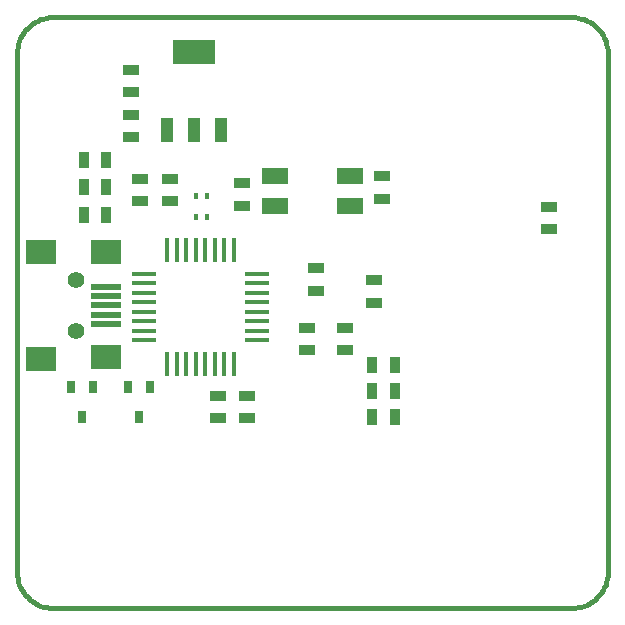
<source format=gtp>
G04 (created by PCBNEW-RS274X (2012-01-19 BZR 3256)-stable) date 24-08-2012 12:31:56*
G01*
G70*
G90*
%MOIN*%
G04 Gerber Fmt 3.4, Leading zero omitted, Abs format*
%FSLAX34Y34*%
G04 APERTURE LIST*
%ADD10C,0.006000*%
%ADD11C,0.015000*%
%ADD12R,0.078700X0.017700*%
%ADD13R,0.017700X0.078700*%
%ADD14R,0.027600X0.039400*%
%ADD15R,0.144000X0.080000*%
%ADD16R,0.040000X0.080000*%
%ADD17R,0.035000X0.055000*%
%ADD18R,0.055000X0.035000*%
%ADD19R,0.098400X0.019600*%
%ADD20R,0.098400X0.078700*%
%ADD21C,0.055400*%
%ADD22R,0.015700X0.023600*%
%ADD23R,0.086600X0.055100*%
G04 APERTURE END LIST*
G54D10*
G54D11*
X51378Y-59449D02*
X51480Y-59444D01*
X51583Y-59431D01*
X51683Y-59408D01*
X51781Y-59377D01*
X51877Y-59338D01*
X51968Y-59290D01*
X52055Y-59235D01*
X52137Y-59172D01*
X52213Y-59103D01*
X52282Y-59027D01*
X52345Y-58945D01*
X52400Y-58858D01*
X52448Y-58767D01*
X52487Y-58671D01*
X52518Y-58573D01*
X52541Y-58473D01*
X52554Y-58370D01*
X52559Y-58268D01*
X52559Y-40945D02*
X52554Y-40843D01*
X52541Y-40740D01*
X52518Y-40640D01*
X52487Y-40542D01*
X52448Y-40446D01*
X52400Y-40355D01*
X52345Y-40268D01*
X52282Y-40186D01*
X52213Y-40110D01*
X52137Y-40041D01*
X52055Y-39978D01*
X51968Y-39923D01*
X51877Y-39875D01*
X51781Y-39836D01*
X51683Y-39805D01*
X51583Y-39782D01*
X51480Y-39769D01*
X51378Y-39764D01*
X32874Y-58268D02*
X32879Y-58370D01*
X32892Y-58473D01*
X32915Y-58573D01*
X32946Y-58671D01*
X32985Y-58767D01*
X33033Y-58858D01*
X33088Y-58945D01*
X33151Y-59027D01*
X33220Y-59103D01*
X33296Y-59172D01*
X33378Y-59235D01*
X33465Y-59290D01*
X33556Y-59338D01*
X33652Y-59377D01*
X33750Y-59408D01*
X33850Y-59431D01*
X33953Y-59444D01*
X34055Y-59449D01*
X34055Y-39764D02*
X33953Y-39769D01*
X33850Y-39782D01*
X33750Y-39805D01*
X33652Y-39836D01*
X33556Y-39875D01*
X33465Y-39923D01*
X33378Y-39978D01*
X33296Y-40041D01*
X33220Y-40110D01*
X33151Y-40186D01*
X33088Y-40268D01*
X33033Y-40355D01*
X32985Y-40446D01*
X32946Y-40542D01*
X32915Y-40640D01*
X32892Y-40740D01*
X32879Y-40843D01*
X32874Y-40945D01*
X32874Y-58268D02*
X32874Y-40945D01*
X51378Y-59449D02*
X34055Y-59449D01*
X52559Y-40945D02*
X52559Y-58268D01*
X34055Y-39764D02*
X51378Y-39764D01*
G54D12*
X40873Y-48316D03*
X40873Y-48631D03*
X40873Y-48946D03*
X40873Y-49261D03*
X40873Y-49576D03*
X40873Y-49891D03*
X40873Y-50206D03*
X40873Y-50521D03*
X37107Y-50519D03*
X37107Y-48309D03*
X37107Y-48629D03*
X37107Y-48949D03*
X37107Y-49259D03*
X37107Y-49579D03*
X37107Y-49889D03*
X37107Y-50209D03*
G54D13*
X40089Y-51309D03*
X39775Y-51309D03*
X39459Y-51309D03*
X39145Y-51309D03*
X38829Y-51309D03*
X38515Y-51309D03*
X38199Y-51309D03*
X37885Y-51309D03*
X40087Y-47529D03*
X39777Y-47529D03*
X39457Y-47529D03*
X39147Y-47529D03*
X38837Y-47529D03*
X38517Y-47529D03*
X38197Y-47529D03*
X37877Y-47529D03*
G54D14*
X36929Y-53098D03*
X36554Y-52098D03*
X37304Y-52098D03*
X35039Y-53098D03*
X34664Y-52098D03*
X35414Y-52098D03*
G54D15*
X38781Y-40905D03*
G54D16*
X38781Y-43505D03*
X39681Y-43505D03*
X37881Y-43505D03*
G54D17*
X35848Y-45433D03*
X35098Y-45433D03*
X35847Y-46339D03*
X35097Y-46339D03*
G54D18*
X39567Y-53131D03*
X39567Y-52381D03*
X40551Y-53131D03*
X40551Y-52381D03*
X42520Y-50117D03*
X42520Y-50867D03*
X50591Y-46832D03*
X50591Y-46082D03*
X45040Y-45808D03*
X45040Y-45058D03*
X40354Y-45294D03*
X40354Y-46044D03*
X36655Y-43011D03*
X36655Y-43761D03*
X36655Y-41515D03*
X36655Y-42265D03*
X36982Y-45137D03*
X36982Y-45887D03*
X43799Y-50117D03*
X43799Y-50867D03*
X42835Y-48879D03*
X42835Y-48129D03*
X44764Y-48523D03*
X44764Y-49273D03*
G54D17*
X35848Y-44528D03*
X35098Y-44528D03*
G54D18*
X37966Y-45137D03*
X37966Y-45887D03*
G54D19*
X35827Y-49370D03*
X35827Y-49056D03*
X35827Y-49999D03*
X35827Y-49684D03*
G54D20*
X33662Y-51141D03*
X33662Y-47599D03*
X35827Y-51102D03*
X35827Y-47599D03*
G54D21*
X34843Y-48504D03*
X34843Y-50236D03*
G54D19*
X35827Y-48741D03*
G54D17*
X45454Y-51339D03*
X44704Y-51339D03*
X45454Y-52205D03*
X44704Y-52205D03*
X45454Y-53071D03*
X44704Y-53071D03*
G54D22*
X38839Y-45709D03*
X39193Y-45709D03*
X38839Y-46417D03*
X39193Y-46417D03*
G54D23*
X41477Y-46043D03*
X43957Y-46043D03*
X41477Y-45059D03*
X43957Y-45059D03*
M02*

</source>
